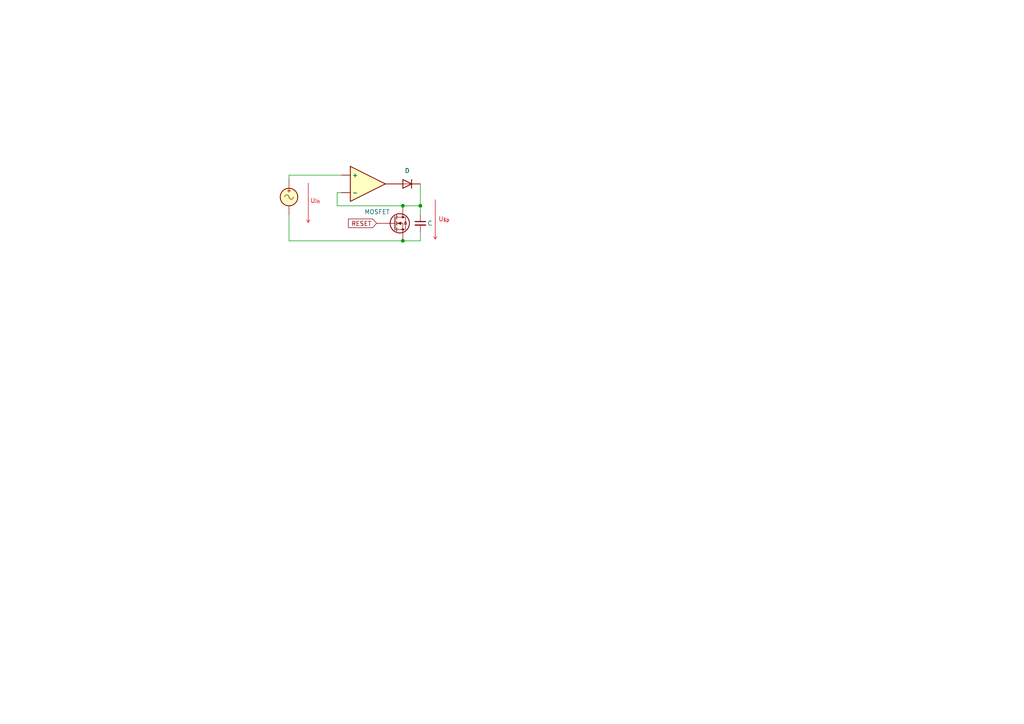
<source format=kicad_sch>
(kicad_sch (version 20250114) (generator "eeschema") (generator_version "9.0")
  (paper "A4")
  (lib_symbols
    (symbol "Device:C_Small" (pin_numbers (hide yes)) (pin_names (offset 0.254) (hide yes))
      (property "Reference" "C" (at 0.254 1.778 0))
      (property "Value" "C_Small" (at 0.254 -2.032 0))
      (symbol "C_Small_0_1"
        (polyline (pts (xy -1.524 0.508) (xy 1.524 0.508)) (stroke (width 0.3048)))
        (polyline (pts (xy -1.524 -0.508) (xy 1.524 -0.508)) (stroke (width 0.3302)))
      )
      (symbol "C_Small_1_1"
        (pin passive line (at 0 2.54 270) (length 2.032) (name "~") (number "1"))
        (pin passive line (at 0 -2.54 90) (length 2.032) (name "~") (number "2"))
      )
    )
    (symbol "Device:D" (pin_numbers (hide yes)) (pin_names (offset 1.016) (hide yes))
      (property "Reference" "D" (at 0 2.54 0))
      (property "Value" "D" (at 0 -2.54 0))
      (symbol "D_0_1"
        (polyline (pts (xy -1.27 1.27) (xy -1.27 -1.27)) (stroke (width 0.254)))
        (polyline (pts (xy 1.27 1.27) (xy 1.27 -1.27) (xy -1.27 0) (xy 1.27 1.27)) (stroke (width 0.254)))
        (polyline (pts (xy 1.27 0) (xy -1.27 0)))
      )
      (symbol "D_1_1"
        (pin passive line (at -3.81 0 0) (length 2.54) (name "K") (number "1"))
        (pin passive line (at 3.81 0 180) (length 2.54) (name "A") (number "2"))
      )
    )
    (symbol "Device:Q_NMOS" (pin_numbers (hide yes)) (pin_names (offset 0) (hide yes))
      (property "Reference" "Q" (at 5.08 1.27 0))
      (property "Value" "Q_NMOS" (at 5.08 -1.27 0))
      (symbol "Q_NMOS_0_1"
        (polyline (pts (xy 0.254 1.905) (xy 0.254 -1.905)) (stroke (width 0.254)))
        (polyline (pts (xy 0.254 0) (xy -2.54 0)))
        (polyline (pts (xy 0.762 2.286) (xy 0.762 1.27)) (stroke (width 0.254)))
        (polyline (pts (xy 0.762 0.508) (xy 0.762 -0.508)) (stroke (width 0.254)))
        (polyline (pts (xy 0.762 -1.27) (xy 0.762 -2.286)) (stroke (width 0.254)))
        (polyline (pts (xy 0.762 -1.778) (xy 3.302 -1.778) (xy 3.302 1.778) (xy 0.762 1.778)))
        (polyline (pts (xy 1.016 0) (xy 2.032 0.381) (xy 2.032 -0.381) (xy 1.016 0)) (fill (type outline)))
        (circle (center 1.651 0) (radius 2.794) (stroke (width 0.254)))
        (polyline (pts (xy 2.54 2.54) (xy 2.54 1.778)))
        (circle (center 2.54 1.778) (radius 0.254) (fill (type outline)))
        (circle (center 2.54 -1.778) (radius 0.254) (fill (type outline)))
        (polyline (pts (xy 2.54 -2.54) (xy 2.54 0) (xy 0.762 0)))
        (polyline (pts (xy 2.921 0.381) (xy 3.683 0.381)))
        (polyline (pts (xy 3.302 0.381) (xy 2.921 -0.254) (xy 3.683 -0.254) (xy 3.302 0.381)))
      )
      (symbol "Q_NMOS_1_1"
        (pin input line (at -5.08 0 0) (length 2.54) (name "G") (number "G"))
        (pin passive line (at 2.54 5.08 270) (length 2.54) (name "D") (number "D"))
        (pin passive line (at 2.54 -5.08 90) (length 2.54) (name "S") (number "S"))
      )
    )
    (symbol "Simulation_SPICE:VSIN" (pin_numbers (hide yes)) (pin_names (offset 0.0254))
      (property "Reference" "V" (at 2.54 2.54 0))
      (property "Value" "VSIN" (at 2.54 0 0))
      (property "Sim.Params" "dc=0 ampl=1 f=1k ac=1" (at 2.54 -2.54 0))
      (symbol "VSIN_0_0"
        (arc (start -1.27 0) (mid -0.635 0.6323) (end 0 0))
        (arc (start 1.27 0) (mid 0.635 -0.6323) (end 0 0))
        (text "+" (at 0 1.905 0) (effects (font (size 1.27 1.27))))
      )
      (symbol "VSIN_0_1"
        (circle (center 0 0) (radius 2.54) (stroke (width 0.254)) (fill (type background)))
      )
      (symbol "VSIN_1_1"
        (pin passive line (at 0 5.08 270) (length 2.54) (name "~") (number "1"))
        (pin passive line (at 0 -5.08 90) (length 2.54) (name "~") (number "2"))
      )
    )
    (symbol "custom_symbols_bakalarka:OPAMP_common"
      (property "Reference" "U" (at 0 0 0))
      (symbol "OPAMP_common_1_1"
        (polyline (pts (xy 3.81 5.08) (xy 13.97 0) (xy 3.81 -5.08) (xy 3.81 5.08)) (stroke (width 0.254)) (fill (type background)))
        (pin input line (at 1.27 2.54 0) (length 2.54) (name "+") (number ""))
        (pin input line (at 1.27 -2.54 0) (length 2.54) (name "-") (number ""))
        (pin output line (at 16.51 0 180) (length 2.54) (name "~") (number ""))
      )
    )
  )
  (text "U_{šp}" (at 128.778 63.754 0) (effects (font (size 1.27 1.27))))
  (text "U_{in}" (at 91.44 58.42 0) (effects (font (size 1.27 1.27))))
  (junction (at 116.84 59.69))
  (junction (at 121.92 59.69))
  (junction (at 116.84 69.85))
  (wire (pts (xy 83.82 69.85) (xy 116.84 69.85)))
  (wire (pts (xy 121.92 69.85) (xy 116.84 69.85)))
  (polyline (pts (xy 125.73 68.58) (xy 126.238 69.342)) (stroke (width 0) (type solid) (color 213 0 18 1)))
  (wire (pts (xy 99.06 55.88) (xy 97.79 55.88)))
  (wire (pts (xy 83.82 50.8) (xy 99.06 50.8)))
  (polyline (pts (xy 89.408 53.086) (xy 89.408 64.516)) (stroke (width 0) (type solid) (color 213 0 18 1)))
  (polyline (pts (xy 88.9 63.754) (xy 89.408 64.516)) (stroke (width 0) (type solid) (color 213 0 18 1)))
  (polyline (pts (xy 89.408 64.516) (xy 89.916 63.754)) (stroke (width 0) (type solid) (color 213 0 18 1)))
  (polyline (pts (xy 126.238 57.912) (xy 126.238 69.342)) (stroke (width 0) (type solid) (color 213 0 18 1)))
  (wire (pts (xy 83.82 52.07) (xy 83.82 50.8)))
  (wire (pts (xy 116.84 59.69) (xy 121.92 59.69)))
  (wire (pts (xy 97.79 55.88) (xy 97.79 59.69)))
  (wire (pts (xy 121.92 62.23) (xy 121.92 59.69)))
  (wire (pts (xy 83.82 62.23) (xy 83.82 69.85)))
  (wire (pts (xy 121.92 59.69) (xy 121.92 53.34)))
  (wire (pts (xy 97.79 59.69) (xy 116.84 59.69)))
  (polyline (pts (xy 126.238 69.342) (xy 126.746 68.58)) (stroke (width 0) (type solid) (color 213 0 18 1)))
  (wire (pts (xy 121.92 67.31) (xy 121.92 69.85)))
  (global_label "RESET" (shape input) (at 109.22 64.77 180) (property "Intersheetrefs" "${INTERSHEET_REFS}" (effects (hide yes))))
  (symbol (lib_id "Device:D") (at 118.11 53.34 180) (unit 1)
    (property "Reference" "D1" (effects (hide yes)))
    (property "Value" "D" (at 118.11 49.53 0))
    (property "Description" "Diode" (effects (hide yes)))
    (property "Sim.Device" "D" (effects (hide yes)))
    (property "Sim.Pins" "1=K 2=A" (effects (hide yes)))
  )
  (symbol (lib_id "custom_symbols_bakalarka:OPAMP_common") (at 97.79 53.34 0) (unit 1)
    (property "Reference" "U5" (effects (hide yes)))
  )
  (symbol (lib_id "Device:C_Small") (at 121.92 64.77 0) (unit 1)
    (property "Reference" "C" (effects (hide yes)))
    (property "Value" "C" (at 123.952 64.77 0) (effects (justify left)))
    (property "Description" "Unpolarized capacitor, small symbol" (effects (hide yes)))
  )
  (symbol (lib_id "Device:Q_NMOS") (at 114.3 64.77 0) (unit 1)
    (property "Reference" "Q1" (effects (hide yes)))
    (property "Value" "MOSFET" (at 105.664 61.468 0) (effects (justify left)))
    (property "Description" "N-MOSFET transistor" (effects (hide yes)))
  )
  (symbol (lib_id "Simulation_SPICE:VSIN") (at 83.82 57.15 0) (unit 1)
    (property "Reference" "U6" (effects (hide yes)))
    (property "Value" "VSIN" (effects (hide yes)))
    (property "Datasheet" "https://ngspice.sourceforge.io/docs/ngspice-html-manual/manual.xhtml#sec_Independent_Sources_for" (effects (hide yes)))
    (property "Description" "Voltage source, sinusoidal" (effects (hide yes)))
    (property "Sim.Pins" "1=+ 2=-" (effects (hide yes)))
    (property "Sim.Params" "dc=0 ampl=1 f=1k ac=1" (effects (hide yes)))
    (property "Sim.Type" "SIN" (effects (hide yes)))
    (property "Sim.Device" "V" (effects (hide yes)))
  )
)
</source>
